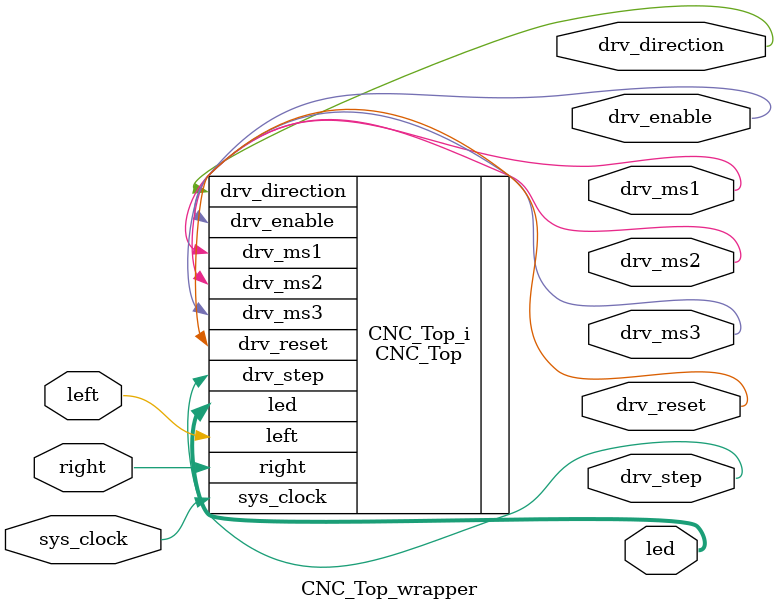
<source format=v>
`timescale 1 ps / 1 ps

module CNC_Top_wrapper
   (drv_direction,
    drv_enable,
    drv_ms1,
    drv_ms2,
    drv_ms3,
    drv_reset,
    drv_step,
    led,
    left,
    right,
    sys_clock);
  output drv_direction;
  output drv_enable;
  output drv_ms1;
  output drv_ms2;
  output drv_ms3;
  output drv_reset;
  output drv_step;
  output [7:0]led;
  input left;
  input right;
  input sys_clock;

  wire drv_direction;
  wire drv_enable;
  wire drv_ms1;
  wire drv_ms2;
  wire drv_ms3;
  wire drv_reset;
  wire drv_step;
  wire [7:0]led;
  wire left;
  wire right;
  wire sys_clock;

  CNC_Top CNC_Top_i
       (.drv_direction(drv_direction),
        .drv_enable(drv_enable),
        .drv_ms1(drv_ms1),
        .drv_ms2(drv_ms2),
        .drv_ms3(drv_ms3),
        .drv_reset(drv_reset),
        .drv_step(drv_step),
        .led(led),
        .left(left),
        .right(right),
        .sys_clock(sys_clock));
endmodule

</source>
